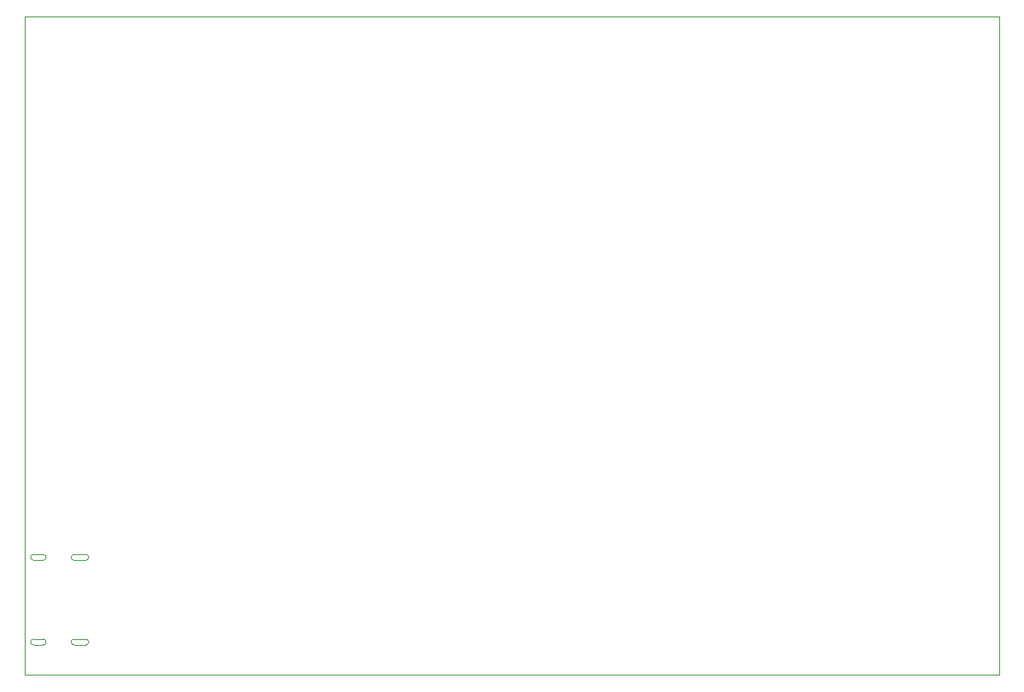
<source format=gbr>
%FSLAX34Y34*%
%MOMM*%
%LNOUTLINE*%
G71*
G01*
%ADD10C,0.100*%
%LPD*%
G54D10*
G75*
G01X50007Y-551658D02*
G03X50007Y-557658I0J-3000D01*
G01*
G54D10*
G75*
G01X62007Y-557658D02*
G03X62007Y-551658I0J3000D01*
G01*
G54D10*
X50007Y-551658D02*
X62007Y-551658D01*
G54D10*
X50007Y-557658D02*
X62007Y-557658D01*
G54D10*
G75*
G01X50007Y-638658D02*
G03X50007Y-644658I0J-3000D01*
G01*
G54D10*
G75*
G01X62007Y-644658D02*
G03X62007Y-638658I0J3000D01*
G01*
G54D10*
X50007Y-638658D02*
X62007Y-638658D01*
G54D10*
X50007Y-644658D02*
X62007Y-644658D01*
G54D10*
G75*
G01X8307Y-551658D02*
G03X8307Y-557658I0J-3000D01*
G01*
G54D10*
G75*
G01X18307Y-557658D02*
G03X18307Y-551658I0J3000D01*
G01*
G54D10*
X8307Y-551658D02*
X18307Y-551658D01*
G54D10*
X8307Y-557658D02*
X18307Y-557658D01*
G54D10*
G75*
G01X8307Y-638658D02*
G03X8307Y-644658I0J-3000D01*
G01*
G54D10*
G75*
G01X18307Y-644658D02*
G03X18307Y-638658I0J3000D01*
G01*
G54D10*
X8307Y-638658D02*
X18307Y-638658D01*
G54D10*
X8307Y-644658D02*
X18307Y-644658D01*
G54D10*
X-500Y-675500D02*
X-500Y500D01*
X999500Y500D01*
X999500Y-675500D01*
X-500Y-675500D01*
M02*

</source>
